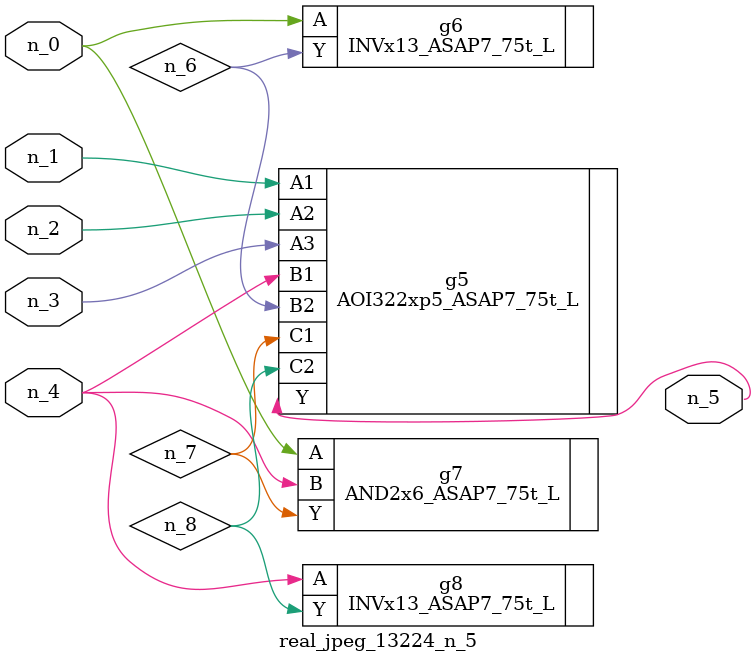
<source format=v>
module real_jpeg_13224_n_5 (n_4, n_0, n_1, n_2, n_3, n_5);

input n_4;
input n_0;
input n_1;
input n_2;
input n_3;

output n_5;

wire n_8;
wire n_6;
wire n_7;

INVx13_ASAP7_75t_L g6 ( 
.A(n_0),
.Y(n_6)
);

AND2x6_ASAP7_75t_L g7 ( 
.A(n_0),
.B(n_4),
.Y(n_7)
);

AOI322xp5_ASAP7_75t_L g5 ( 
.A1(n_1),
.A2(n_2),
.A3(n_3),
.B1(n_4),
.B2(n_6),
.C1(n_7),
.C2(n_8),
.Y(n_5)
);

INVx13_ASAP7_75t_L g8 ( 
.A(n_4),
.Y(n_8)
);


endmodule
</source>
